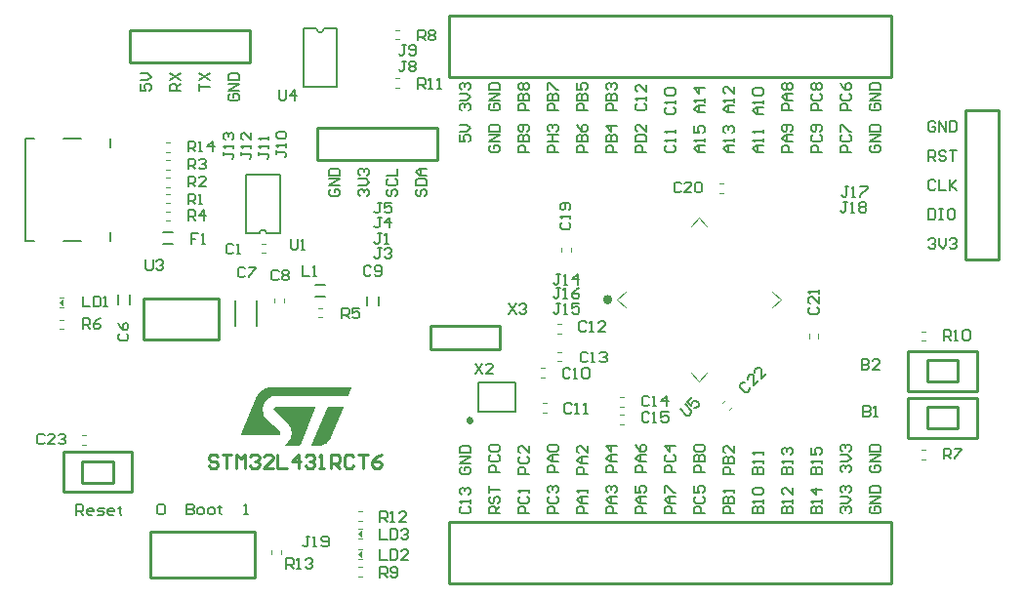
<source format=gto>
G04 Layer_Color=65535*
%FSLAX44Y44*%
%MOMM*%
G71*
G01*
G75*
%ADD28C,0.2540*%
%ADD29C,0.2000*%
%ADD32C,0.4000*%
%ADD51C,0.1000*%
%ADD52C,0.1500*%
%ADD53C,0.2200*%
G36*
X278403Y173561D02*
X278544Y173419D01*
X278685Y172996D01*
Y172855D01*
Y172714D01*
X276286Y167070D01*
X276145Y166929D01*
X276004Y166647D01*
X275722Y166506D01*
X211946D01*
X211382Y166365D01*
X209830Y166082D01*
X208277Y165518D01*
X208136D01*
X207995Y165377D01*
X207149Y164813D01*
X206020Y163966D01*
X204891Y162837D01*
X204609Y162555D01*
X204044Y161850D01*
X203339Y160580D01*
X202634Y159169D01*
Y159028D01*
X202493Y158745D01*
X202351Y158322D01*
X202210Y157899D01*
X201928Y156488D01*
X201787Y154795D01*
Y154654D01*
Y154513D01*
Y154089D01*
X201928Y153525D01*
X202069Y152255D01*
X202351Y150703D01*
Y150562D01*
X202493Y150421D01*
X202775Y149433D01*
X203480Y148304D01*
X204468Y147176D01*
X216602Y135747D01*
X216743Y135605D01*
X217026Y135323D01*
X217167Y134759D01*
X217308Y134194D01*
Y134053D01*
X217167Y133630D01*
X217026Y133066D01*
X216602Y132642D01*
X216461Y132501D01*
X216179Y132360D01*
X215756Y132219D01*
X215050Y132078D01*
X183303D01*
X183021Y132360D01*
Y132501D01*
X182880Y132925D01*
Y133066D01*
X196566Y166365D01*
Y166506D01*
X196707Y166647D01*
X197131Y167352D01*
X197695Y168199D01*
X198401Y169187D01*
X198683Y169469D01*
X199247Y170033D01*
X200094Y170739D01*
X201223Y171585D01*
X201364D01*
X201505Y171726D01*
X202210Y172291D01*
X203198Y172714D01*
X204468Y173278D01*
X204609D01*
X204750Y173419D01*
X205597Y173561D01*
X206725Y173702D01*
X207995Y173843D01*
X278120D01*
X278403Y173561D01*
D02*
G37*
G36*
X271489Y156629D02*
X271630Y156488D01*
Y156206D01*
Y156065D01*
Y155924D01*
X261189Y130808D01*
Y130667D01*
X260907Y130244D01*
X260483Y129538D01*
X260060Y128833D01*
X259355Y127845D01*
X258508Y126858D01*
X257520Y125870D01*
X256392Y125023D01*
X256250Y124882D01*
X255827Y124741D01*
X255122Y124318D01*
X254275Y123895D01*
X253146Y123471D01*
X252017Y123189D01*
X250607Y122907D01*
X249196Y122766D01*
X244681D01*
X244539Y122907D01*
X244257Y123048D01*
X244116Y123471D01*
Y123612D01*
Y123753D01*
X257379Y155641D01*
Y155782D01*
X257520Y155924D01*
X257944Y156488D01*
X258085Y156629D01*
X258226Y156770D01*
X258508Y156911D01*
X271207D01*
X271489Y156629D01*
D02*
G37*
G36*
X247502D02*
X247644Y156488D01*
X247785Y156206D01*
X247644Y156065D01*
X234522Y124036D01*
X234380Y123895D01*
X234098Y123471D01*
X233534Y122907D01*
X232687Y122766D01*
X219706D01*
X219565Y122907D01*
X219706Y123048D01*
X219847Y123189D01*
X220271Y123330D01*
X220835Y123753D01*
X221541Y124177D01*
X222246Y124882D01*
X223234Y125729D01*
X223939Y126575D01*
X224786Y127704D01*
X224927Y127845D01*
X225068Y128268D01*
X225350Y128833D01*
X225774Y129679D01*
X226197Y130667D01*
X226479Y131796D01*
X226620Y133066D01*
X226761Y134336D01*
Y134477D01*
Y134759D01*
Y135182D01*
X226620Y135747D01*
X226479Y137016D01*
X225915Y138710D01*
Y138851D01*
X225774Y139133D01*
X225632Y139556D01*
X225350Y139979D01*
X224504Y141249D01*
X223375Y142519D01*
X211805Y153243D01*
X211664Y153384D01*
X211523Y153666D01*
X211382Y154089D01*
X211241Y154795D01*
Y154936D01*
X211382Y155218D01*
X211523Y155641D01*
X211805Y156206D01*
X211946Y156347D01*
X212228Y156629D01*
X212652Y156770D01*
X213216Y156911D01*
X247220D01*
X247502Y156629D01*
D02*
G37*
G36*
X27686Y245110D02*
X25146Y247650D01*
X27686Y250190D01*
Y245110D01*
D02*
G37*
G36*
X286766Y44450D02*
X284226Y46990D01*
X286766Y49530D01*
Y44450D01*
D02*
G37*
G36*
Y26670D02*
X284226Y29210D01*
X286766Y31750D01*
Y26670D01*
D02*
G37*
D28*
X383254Y145034D02*
G03*
X383254Y145034I-2000J0D01*
G01*
X97810Y214960D02*
X163810D01*
X97810D02*
Y251028D01*
X163810D01*
Y214960D02*
Y251028D01*
X363190Y57180D02*
X747190D01*
X363190Y29180D02*
Y57180D01*
Y3780D02*
X747014D01*
X363190D02*
Y31780D01*
X747190Y29180D02*
Y56974D01*
Y3780D02*
Y31780D01*
X347190Y207170D02*
Y227170D01*
Y207170D02*
X407190D01*
Y227170D01*
X347190D02*
X407190D01*
X104564Y48768D02*
X194564D01*
X104564Y8768D02*
Y48768D01*
Y8768D02*
X194564D01*
Y48768D01*
X28420Y117830D02*
X88138D01*
X28420Y82830D02*
X88420D01*
Y117830D01*
X28420Y82830D02*
Y117830D01*
X45212Y91186D02*
Y109728D01*
X71882D01*
Y90930D02*
Y109728D01*
X45212Y90930D02*
X71882D01*
X811500Y284450D02*
Y414450D01*
X839500D01*
Y284450D02*
Y414450D01*
X811500Y284450D02*
X839500D01*
X363190Y496600D02*
X747190D01*
X363190Y468600D02*
Y496600D01*
Y443200D02*
X747014D01*
X363190D02*
Y471200D01*
X747190Y468600D02*
Y496394D01*
Y443200D02*
Y471200D01*
X86330Y483900D02*
X190530D01*
Y455900D02*
Y483900D01*
X86330Y455900D02*
X190530D01*
X86330D02*
Y483900D01*
X761210Y205460D02*
X820928D01*
X761210Y170460D02*
X821210D01*
Y205460D01*
X761210Y170460D02*
Y205460D01*
X778002Y178816D02*
Y197358D01*
X804672D01*
Y178560D02*
Y197358D01*
X778002Y178560D02*
X804672D01*
X761210Y164820D02*
X820928D01*
X761210Y129820D02*
X821210D01*
Y164820D01*
X761210Y129820D02*
Y164820D01*
X778002Y138176D02*
Y156718D01*
X804672D01*
Y137920D02*
Y156718D01*
X778002Y137920D02*
X804672D01*
X248890Y398810D02*
X353090D01*
Y370810D02*
Y398810D01*
X248890Y370810D02*
X353090D01*
X248890D02*
Y398810D01*
D29*
X248285Y485140D02*
G03*
X254635Y485140I3175J0D01*
G01*
X205105Y307340D02*
G03*
X198755Y307340I-3175J0D01*
G01*
X388620Y177800D02*
X420620D01*
X388620Y152800D02*
Y177800D01*
Y152800D02*
X420620D01*
Y177800D01*
X236728Y485140D02*
X248285D01*
X254635D02*
X266192D01*
Y434340D02*
Y485140D01*
X236728Y434340D02*
X266192D01*
X236728D02*
Y485140D01*
X205105Y307340D02*
X216662D01*
X187198D02*
X198755D01*
X187198D02*
Y358140D01*
X216662D01*
Y307340D02*
Y358140D01*
X28942Y300776D02*
X43942D01*
X28942Y390144D02*
X43942D01*
X69420Y300760D02*
Y308760D01*
Y381760D02*
Y389761D01*
X-4080Y300760D02*
Y390160D01*
Y300760D02*
X3420D01*
X-4080Y390160D02*
X3420D01*
X173382Y428368D02*
X171883Y426869D01*
Y423870D01*
X173382Y422370D01*
X179380D01*
X180880Y423870D01*
Y426869D01*
X179380Y428368D01*
X176381D01*
Y425369D01*
X180880Y431367D02*
X171883D01*
X180880Y437365D01*
X171883D01*
Y440364D02*
X180880D01*
Y444863D01*
X179380Y446362D01*
X173382D01*
X171883Y444863D01*
Y440364D01*
X146483Y431260D02*
Y437258D01*
Y434259D01*
X155480D01*
X146483Y440257D02*
X155480Y446255D01*
X146483D02*
X155480Y440257D01*
X130080Y431260D02*
X121083D01*
Y435759D01*
X122582Y437258D01*
X125582D01*
X127081Y435759D01*
Y431260D01*
Y434259D02*
X130080Y437258D01*
X121083Y440257D02*
X130080Y446255D01*
X121083D02*
X130080Y440257D01*
X95683Y437258D02*
Y431260D01*
X100182D01*
X98682Y434259D01*
Y435759D01*
X100182Y437258D01*
X103181D01*
X104680Y435759D01*
Y432760D01*
X103181Y431260D01*
X95683Y440257D02*
X101681D01*
X104680Y443256D01*
X101681Y446255D01*
X95683D01*
X335942Y345818D02*
X334443Y344319D01*
Y341320D01*
X335942Y339820D01*
X337442D01*
X338941Y341320D01*
Y344319D01*
X340441Y345818D01*
X341940D01*
X343440Y344319D01*
Y341320D01*
X341940Y339820D01*
X334443Y348817D02*
X343440D01*
Y353316D01*
X341940Y354815D01*
X335942D01*
X334443Y353316D01*
Y348817D01*
X343440Y357814D02*
X337442D01*
X334443Y360813D01*
X337442Y363812D01*
X343440D01*
X338941D01*
Y357814D01*
X310542Y345818D02*
X309043Y344319D01*
Y341320D01*
X310542Y339820D01*
X312042D01*
X313542Y341320D01*
Y344319D01*
X315041Y345818D01*
X316541D01*
X318040Y344319D01*
Y341320D01*
X316541Y339820D01*
X310542Y354815D02*
X309043Y353316D01*
Y350317D01*
X310542Y348817D01*
X316541D01*
X318040Y350317D01*
Y353316D01*
X316541Y354815D01*
X309043Y357814D02*
X318040D01*
Y363812D01*
X40100Y62960D02*
Y71957D01*
X44598D01*
X46098Y70458D01*
Y67459D01*
X44598Y65959D01*
X40100D01*
X43099D02*
X46098Y62960D01*
X53596D02*
X50597D01*
X49097Y64460D01*
Y67459D01*
X50597Y68958D01*
X53596D01*
X55095Y67459D01*
Y65959D01*
X49097D01*
X58094Y62960D02*
X62593D01*
X64092Y64460D01*
X62593Y65959D01*
X59594D01*
X58094Y67459D01*
X59594Y68958D01*
X64092D01*
X71590Y62960D02*
X68591D01*
X67091Y64460D01*
Y67459D01*
X68591Y68958D01*
X71590D01*
X73089Y67459D01*
Y65959D01*
X67091D01*
X77588Y70458D02*
Y68958D01*
X76088D01*
X79087D01*
X77588D01*
Y64460D01*
X79087Y62960D01*
X729642Y70228D02*
X728143Y68728D01*
Y65729D01*
X729642Y64230D01*
X735640D01*
X737140Y65729D01*
Y68728D01*
X735640Y70228D01*
X732642D01*
Y67229D01*
X737140Y73227D02*
X728143D01*
X737140Y79225D01*
X728143D01*
Y82224D02*
X737140D01*
Y86723D01*
X735640Y88222D01*
X729642D01*
X728143Y86723D01*
Y82224D01*
X729642Y106216D02*
X728143Y104717D01*
Y101718D01*
X729642Y100218D01*
X735640D01*
X737140Y101718D01*
Y104717D01*
X735640Y106216D01*
X732642D01*
Y103217D01*
X737140Y109215D02*
X728143D01*
X737140Y115213D01*
X728143D01*
Y118212D02*
X737140D01*
Y122711D01*
X735640Y124211D01*
X729642D01*
X728143Y122711D01*
Y118212D01*
X704242Y64230D02*
X702743Y65729D01*
Y68728D01*
X704242Y70228D01*
X705742D01*
X707242Y68728D01*
Y67229D01*
Y68728D01*
X708741Y70228D01*
X710240D01*
X711740Y68728D01*
Y65729D01*
X710240Y64230D01*
X702743Y73227D02*
X708741D01*
X711740Y76226D01*
X708741Y79225D01*
X702743D01*
X704242Y82224D02*
X702743Y83724D01*
Y86723D01*
X704242Y88222D01*
X705742D01*
X707242Y86723D01*
Y85223D01*
Y86723D01*
X708741Y88222D01*
X710240D01*
X711740Y86723D01*
Y83724D01*
X710240Y82224D01*
X704242Y100218D02*
X702743Y101718D01*
Y104717D01*
X704242Y106216D01*
X705742D01*
X707242Y104717D01*
Y103217D01*
Y104717D01*
X708741Y106216D01*
X710240D01*
X711740Y104717D01*
Y101718D01*
X710240Y100218D01*
X702743Y109215D02*
X708741D01*
X711740Y112214D01*
X708741Y115213D01*
X702743D01*
X704242Y118212D02*
X702743Y119712D01*
Y122711D01*
X704242Y124211D01*
X705742D01*
X707242Y122711D01*
Y121212D01*
Y122711D01*
X708741Y124211D01*
X710240D01*
X711740Y122711D01*
Y119712D01*
X710240Y118212D01*
X677343Y64230D02*
X686340D01*
Y68728D01*
X684840Y70228D01*
X683341D01*
X681842Y68728D01*
Y64230D01*
Y68728D01*
X680342Y70228D01*
X678842D01*
X677343Y68728D01*
Y64230D01*
X686340Y73227D02*
Y76226D01*
Y74727D01*
X677343D01*
X678842Y73227D01*
X686340Y85223D02*
X677343D01*
X681842Y80725D01*
Y86723D01*
X677343Y98719D02*
X686340D01*
Y103217D01*
X684840Y104717D01*
X683341D01*
X681842Y103217D01*
Y98719D01*
Y103217D01*
X680342Y104717D01*
X678842D01*
X677343Y103217D01*
Y98719D01*
X686340Y107716D02*
Y110715D01*
Y109215D01*
X677343D01*
X678842Y107716D01*
X677343Y121212D02*
Y115213D01*
X681842D01*
X680342Y118212D01*
Y119712D01*
X681842Y121212D01*
X684840D01*
X686340Y119712D01*
Y116713D01*
X684840Y115213D01*
X651943Y64230D02*
X660940D01*
Y68728D01*
X659441Y70228D01*
X657941D01*
X656441Y68728D01*
Y64230D01*
Y68728D01*
X654942Y70228D01*
X653442D01*
X651943Y68728D01*
Y64230D01*
X660940Y73227D02*
Y76226D01*
Y74727D01*
X651943D01*
X653442Y73227D01*
X660940Y86723D02*
Y80725D01*
X654942Y86723D01*
X653442D01*
X651943Y85223D01*
Y82224D01*
X653442Y80725D01*
X651943Y98719D02*
X660940D01*
Y103217D01*
X659441Y104717D01*
X657941D01*
X656441Y103217D01*
Y98719D01*
Y103217D01*
X654942Y104717D01*
X653442D01*
X651943Y103217D01*
Y98719D01*
X660940Y107716D02*
Y110715D01*
Y109215D01*
X651943D01*
X653442Y107716D01*
Y115213D02*
X651943Y116713D01*
Y119712D01*
X653442Y121212D01*
X654942D01*
X656441Y119712D01*
Y118212D01*
Y119712D01*
X657941Y121212D01*
X659441D01*
X660940Y119712D01*
Y116713D01*
X659441Y115213D01*
X626543Y64230D02*
X635540D01*
Y68728D01*
X634040Y70228D01*
X632541D01*
X631041Y68728D01*
Y64230D01*
Y68728D01*
X629542Y70228D01*
X628042D01*
X626543Y68728D01*
Y64230D01*
X635540Y73227D02*
Y76226D01*
Y74727D01*
X626543D01*
X628042Y73227D01*
Y80725D02*
X626543Y82224D01*
Y85223D01*
X628042Y86723D01*
X634040D01*
X635540Y85223D01*
Y82224D01*
X634040Y80725D01*
X628042D01*
X626543Y98719D02*
X635540D01*
Y103217D01*
X634040Y104717D01*
X632541D01*
X631041Y103217D01*
Y98719D01*
Y103217D01*
X629542Y104717D01*
X628042D01*
X626543Y103217D01*
Y98719D01*
X635540Y107716D02*
Y110715D01*
Y109215D01*
X626543D01*
X628042Y107716D01*
X635540Y115213D02*
Y118212D01*
Y116713D01*
X626543D01*
X628042Y115213D01*
X610140Y64230D02*
X601143D01*
Y68728D01*
X602642Y70228D01*
X605642D01*
X607141Y68728D01*
Y64230D01*
X601143Y73227D02*
X610140D01*
Y77726D01*
X608641Y79225D01*
X607141D01*
X605642Y77726D01*
Y73227D01*
Y77726D01*
X604142Y79225D01*
X602642D01*
X601143Y77726D01*
Y73227D01*
X610140Y82224D02*
Y85223D01*
Y83724D01*
X601143D01*
X602642Y82224D01*
X610140Y98719D02*
X601143D01*
Y103217D01*
X602642Y104717D01*
X605642D01*
X607141Y103217D01*
Y98719D01*
X601143Y107716D02*
X610140D01*
Y112214D01*
X608641Y113714D01*
X607141D01*
X605642Y112214D01*
Y107716D01*
Y112214D01*
X604142Y113714D01*
X602642D01*
X601143Y112214D01*
Y107716D01*
X610140Y122711D02*
Y116713D01*
X604142Y122711D01*
X602642D01*
X601143Y121212D01*
Y118212D01*
X602642Y116713D01*
X584740Y64230D02*
X575743D01*
Y68728D01*
X577242Y70228D01*
X580242D01*
X581741Y68728D01*
Y64230D01*
X577242Y79225D02*
X575743Y77726D01*
Y74727D01*
X577242Y73227D01*
X583241D01*
X584740Y74727D01*
Y77726D01*
X583241Y79225D01*
X575743Y88222D02*
Y82224D01*
X580242D01*
X578742Y85223D01*
Y86723D01*
X580242Y88222D01*
X583241D01*
X584740Y86723D01*
Y83724D01*
X583241Y82224D01*
X584740Y100218D02*
X575743D01*
Y104717D01*
X577242Y106216D01*
X580242D01*
X581741Y104717D01*
Y100218D01*
X575743Y109215D02*
X584740D01*
Y113714D01*
X583241Y115213D01*
X581741D01*
X580242Y113714D01*
Y109215D01*
Y113714D01*
X578742Y115213D01*
X577242D01*
X575743Y113714D01*
Y109215D01*
X577242Y118212D02*
X575743Y119712D01*
Y122711D01*
X577242Y124211D01*
X583241D01*
X584740Y122711D01*
Y119712D01*
X583241Y118212D01*
X577242D01*
X559340Y64230D02*
X550343D01*
Y68728D01*
X551842Y70228D01*
X554841D01*
X556341Y68728D01*
Y64230D01*
X559340Y73227D02*
X553342D01*
X550343Y76226D01*
X553342Y79225D01*
X559340D01*
X554841D01*
Y73227D01*
X550343Y82224D02*
Y88222D01*
X551842D01*
X557840Y82224D01*
X559340D01*
Y100218D02*
X550343D01*
Y104717D01*
X551842Y106216D01*
X554841D01*
X556341Y104717D01*
Y100218D01*
X551842Y115213D02*
X550343Y113714D01*
Y110715D01*
X551842Y109215D01*
X557840D01*
X559340Y110715D01*
Y113714D01*
X557840Y115213D01*
X559340Y122711D02*
X550343D01*
X554841Y118212D01*
Y124211D01*
X533940Y64230D02*
X524943D01*
Y68728D01*
X526442Y70228D01*
X529441D01*
X530941Y68728D01*
Y64230D01*
X533940Y73227D02*
X527942D01*
X524943Y76226D01*
X527942Y79225D01*
X533940D01*
X529441D01*
Y73227D01*
X524943Y88222D02*
Y82224D01*
X529441D01*
X527942Y85223D01*
Y86723D01*
X529441Y88222D01*
X532440D01*
X533940Y86723D01*
Y83724D01*
X532440Y82224D01*
X533940Y100218D02*
X524943D01*
Y104717D01*
X526442Y106216D01*
X529441D01*
X530941Y104717D01*
Y100218D01*
X533940Y109215D02*
X527942D01*
X524943Y112214D01*
X527942Y115213D01*
X533940D01*
X529441D01*
Y109215D01*
X524943Y124211D02*
X526442Y121212D01*
X529441Y118212D01*
X532440D01*
X533940Y119712D01*
Y122711D01*
X532440Y124211D01*
X530941D01*
X529441Y122711D01*
Y118212D01*
X508540Y64230D02*
X499543D01*
Y68728D01*
X501042Y70228D01*
X504041D01*
X505541Y68728D01*
Y64230D01*
X508540Y73227D02*
X502542D01*
X499543Y76226D01*
X502542Y79225D01*
X508540D01*
X504041D01*
Y73227D01*
X501042Y82224D02*
X499543Y83724D01*
Y86723D01*
X501042Y88222D01*
X502542D01*
X504041Y86723D01*
Y85223D01*
Y86723D01*
X505541Y88222D01*
X507040D01*
X508540Y86723D01*
Y83724D01*
X507040Y82224D01*
X508540Y100218D02*
X499543D01*
Y104717D01*
X501042Y106216D01*
X504041D01*
X505541Y104717D01*
Y100218D01*
X508540Y109215D02*
X502542D01*
X499543Y112214D01*
X502542Y115213D01*
X508540D01*
X504041D01*
Y109215D01*
X508540Y122711D02*
X499543D01*
X504041Y118212D01*
Y124211D01*
X483140Y64230D02*
X474143D01*
Y68728D01*
X475642Y70228D01*
X478642D01*
X480141Y68728D01*
Y64230D01*
X483140Y73227D02*
X477142D01*
X474143Y76226D01*
X477142Y79225D01*
X483140D01*
X478642D01*
Y73227D01*
X483140Y82224D02*
Y85223D01*
Y83724D01*
X474143D01*
X475642Y82224D01*
X483140Y98719D02*
X474143D01*
Y103217D01*
X475642Y104717D01*
X478642D01*
X480141Y103217D01*
Y98719D01*
X483140Y107716D02*
X477142D01*
X474143Y110715D01*
X477142Y113714D01*
X483140D01*
X478642D01*
Y107716D01*
X483140Y122711D02*
Y116713D01*
X477142Y122711D01*
X475642D01*
X474143Y121212D01*
Y118212D01*
X475642Y116713D01*
X457740Y64230D02*
X448743D01*
Y68728D01*
X450242Y70228D01*
X453242D01*
X454741Y68728D01*
Y64230D01*
X450242Y79225D02*
X448743Y77726D01*
Y74727D01*
X450242Y73227D01*
X456241D01*
X457740Y74727D01*
Y77726D01*
X456241Y79225D01*
X450242Y82224D02*
X448743Y83724D01*
Y86723D01*
X450242Y88222D01*
X451742D01*
X453242Y86723D01*
Y85223D01*
Y86723D01*
X454741Y88222D01*
X456241D01*
X457740Y86723D01*
Y83724D01*
X456241Y82224D01*
X457740Y100218D02*
X448743D01*
Y104717D01*
X450242Y106216D01*
X453242D01*
X454741Y104717D01*
Y100218D01*
X457740Y109215D02*
X451742D01*
X448743Y112214D01*
X451742Y115213D01*
X457740D01*
X453242D01*
Y109215D01*
X450242Y118212D02*
X448743Y119712D01*
Y122711D01*
X450242Y124211D01*
X456241D01*
X457740Y122711D01*
Y119712D01*
X456241Y118212D01*
X450242D01*
X432340Y64230D02*
X423343D01*
Y68728D01*
X424842Y70228D01*
X427841D01*
X429341Y68728D01*
Y64230D01*
X424842Y79225D02*
X423343Y77726D01*
Y74727D01*
X424842Y73227D01*
X430840D01*
X432340Y74727D01*
Y77726D01*
X430840Y79225D01*
X432340Y82224D02*
Y85223D01*
Y83724D01*
X423343D01*
X424842Y82224D01*
X432340Y98719D02*
X423343D01*
Y103217D01*
X424842Y104717D01*
X427841D01*
X429341Y103217D01*
Y98719D01*
X424842Y113714D02*
X423343Y112214D01*
Y109215D01*
X424842Y107716D01*
X430840D01*
X432340Y109215D01*
Y112214D01*
X430840Y113714D01*
X432340Y122711D02*
Y116713D01*
X426342Y122711D01*
X424842D01*
X423343Y121212D01*
Y118212D01*
X424842Y116713D01*
X406940Y64230D02*
X397943D01*
Y68728D01*
X399442Y70228D01*
X402441D01*
X403941Y68728D01*
Y64230D01*
Y67229D02*
X406940Y70228D01*
X399442Y79225D02*
X397943Y77726D01*
Y74727D01*
X399442Y73227D01*
X400942D01*
X402441Y74727D01*
Y77726D01*
X403941Y79225D01*
X405440D01*
X406940Y77726D01*
Y74727D01*
X405440Y73227D01*
X397943Y82224D02*
Y88222D01*
Y85223D01*
X406940D01*
Y100218D02*
X397943D01*
Y104717D01*
X399442Y106216D01*
X402441D01*
X403941Y104717D01*
Y100218D01*
X399442Y115213D02*
X397943Y113714D01*
Y110715D01*
X399442Y109215D01*
X405440D01*
X406940Y110715D01*
Y113714D01*
X405440Y115213D01*
X399442Y118212D02*
X397943Y119712D01*
Y122711D01*
X399442Y124211D01*
X405440D01*
X406940Y122711D01*
Y119712D01*
X405440Y118212D01*
X399442D01*
X374042Y70228D02*
X372543Y68728D01*
Y65729D01*
X374042Y64230D01*
X380041D01*
X381540Y65729D01*
Y68728D01*
X380041Y70228D01*
X381540Y73227D02*
Y76226D01*
Y74727D01*
X372543D01*
X374042Y73227D01*
Y80725D02*
X372543Y82224D01*
Y85223D01*
X374042Y86723D01*
X375542D01*
X377042Y85223D01*
Y83724D01*
Y85223D01*
X378541Y86723D01*
X380041D01*
X381540Y85223D01*
Y82224D01*
X380041Y80725D01*
X374042Y104717D02*
X372543Y103217D01*
Y100218D01*
X374042Y98719D01*
X380041D01*
X381540Y100218D01*
Y103217D01*
X380041Y104717D01*
X377042D01*
Y101718D01*
X381540Y107716D02*
X372543D01*
X381540Y113714D01*
X372543D01*
Y116713D02*
X381540D01*
Y121212D01*
X380041Y122711D01*
X374042D01*
X372543Y121212D01*
Y116713D01*
X779240Y301598D02*
X780740Y303097D01*
X783738D01*
X785238Y301598D01*
Y300098D01*
X783738Y298598D01*
X782239D01*
X783738D01*
X785238Y297099D01*
Y295599D01*
X783738Y294100D01*
X780740D01*
X779240Y295599D01*
X788237Y303097D02*
Y297099D01*
X791236Y294100D01*
X794235Y297099D01*
Y303097D01*
X797234Y301598D02*
X798734Y303097D01*
X801733D01*
X803232Y301598D01*
Y300098D01*
X801733Y298598D01*
X800233D01*
X801733D01*
X803232Y297099D01*
Y295599D01*
X801733Y294100D01*
X798734D01*
X797234Y295599D01*
X779240Y328497D02*
Y319500D01*
X783738D01*
X785238Y320999D01*
Y326998D01*
X783738Y328497D01*
X779240D01*
X788237D02*
X791236D01*
X789737D01*
Y319500D01*
X788237D01*
X791236D01*
X800233Y328497D02*
X797234D01*
X795735Y326998D01*
Y320999D01*
X797234Y319500D01*
X800233D01*
X801733Y320999D01*
Y326998D01*
X800233Y328497D01*
X785238Y352398D02*
X783738Y353897D01*
X780740D01*
X779240Y352398D01*
Y346399D01*
X780740Y344900D01*
X783738D01*
X785238Y346399D01*
X788237Y353897D02*
Y344900D01*
X794235D01*
X797234Y353897D02*
Y344900D01*
Y347899D01*
X803232Y353897D01*
X798734Y349398D01*
X803232Y344900D01*
X779240Y370300D02*
Y379297D01*
X783738D01*
X785238Y377798D01*
Y374799D01*
X783738Y373299D01*
X779240D01*
X782239D02*
X785238Y370300D01*
X794235Y377798D02*
X792736Y379297D01*
X789737D01*
X788237Y377798D01*
Y376298D01*
X789737Y374799D01*
X792736D01*
X794235Y373299D01*
Y371800D01*
X792736Y370300D01*
X789737D01*
X788237Y371800D01*
X797234Y379297D02*
X803232D01*
X800233D01*
Y370300D01*
X785238Y403198D02*
X783738Y404697D01*
X780740D01*
X779240Y403198D01*
Y397200D01*
X780740Y395700D01*
X783738D01*
X785238Y397200D01*
Y400199D01*
X782239D01*
X788237Y395700D02*
Y404697D01*
X794235Y395700D01*
Y404697D01*
X797234D02*
Y395700D01*
X801733D01*
X803232Y397200D01*
Y403198D01*
X801733Y404697D01*
X797234D01*
X729642Y383918D02*
X728143Y382419D01*
Y379420D01*
X729642Y377920D01*
X735640D01*
X737140Y379420D01*
Y382419D01*
X735640Y383918D01*
X732642D01*
Y380919D01*
X737140Y386917D02*
X728143D01*
X737140Y392915D01*
X728143D01*
Y395914D02*
X737140D01*
Y400413D01*
X735640Y401912D01*
X729642D01*
X728143Y400413D01*
Y395914D01*
X729642Y419906D02*
X728143Y418407D01*
Y415408D01*
X729642Y413908D01*
X735640D01*
X737140Y415408D01*
Y418407D01*
X735640Y419906D01*
X732642D01*
Y416907D01*
X737140Y422905D02*
X728143D01*
X737140Y428904D01*
X728143D01*
Y431903D02*
X737140D01*
Y436401D01*
X735640Y437901D01*
X729642D01*
X728143Y436401D01*
Y431903D01*
X711740Y377920D02*
X702743D01*
Y382419D01*
X704242Y383918D01*
X707242D01*
X708741Y382419D01*
Y377920D01*
X704242Y392915D02*
X702743Y391416D01*
Y388417D01*
X704242Y386917D01*
X710240D01*
X711740Y388417D01*
Y391416D01*
X710240Y392915D01*
X702743Y395914D02*
Y401912D01*
X704242D01*
X710240Y395914D01*
X711740D01*
Y413908D02*
X702743D01*
Y418407D01*
X704242Y419906D01*
X707242D01*
X708741Y418407D01*
Y413908D01*
X704242Y428904D02*
X702743Y427404D01*
Y424405D01*
X704242Y422905D01*
X710240D01*
X711740Y424405D01*
Y427404D01*
X710240Y428904D01*
X702743Y437901D02*
X704242Y434902D01*
X707242Y431903D01*
X710240D01*
X711740Y433402D01*
Y436401D01*
X710240Y437901D01*
X708741D01*
X707242Y436401D01*
Y431903D01*
X686340Y377920D02*
X677343D01*
Y382419D01*
X678842Y383918D01*
X681842D01*
X683341Y382419D01*
Y377920D01*
X678842Y392915D02*
X677343Y391416D01*
Y388417D01*
X678842Y386917D01*
X684840D01*
X686340Y388417D01*
Y391416D01*
X684840Y392915D01*
Y395914D02*
X686340Y397414D01*
Y400413D01*
X684840Y401912D01*
X678842D01*
X677343Y400413D01*
Y397414D01*
X678842Y395914D01*
X680342D01*
X681842Y397414D01*
Y401912D01*
X686340Y413908D02*
X677343D01*
Y418407D01*
X678842Y419906D01*
X681842D01*
X683341Y418407D01*
Y413908D01*
X678842Y428904D02*
X677343Y427404D01*
Y424405D01*
X678842Y422905D01*
X684840D01*
X686340Y424405D01*
Y427404D01*
X684840Y428904D01*
X678842Y431903D02*
X677343Y433402D01*
Y436401D01*
X678842Y437901D01*
X680342D01*
X681842Y436401D01*
X683341Y437901D01*
X684840D01*
X686340Y436401D01*
Y433402D01*
X684840Y431903D01*
X683341D01*
X681842Y433402D01*
X680342Y431903D01*
X678842D01*
X681842Y433402D02*
Y436401D01*
X660940Y377920D02*
X651943D01*
Y382419D01*
X653442Y383918D01*
X656441D01*
X657941Y382419D01*
Y377920D01*
X660940Y386917D02*
X654942D01*
X651943Y389916D01*
X654942Y392915D01*
X660940D01*
X656441D01*
Y386917D01*
X659441Y395914D02*
X660940Y397414D01*
Y400413D01*
X659441Y401912D01*
X653442D01*
X651943Y400413D01*
Y397414D01*
X653442Y395914D01*
X654942D01*
X656441Y397414D01*
Y401912D01*
X660940Y413908D02*
X651943D01*
Y418407D01*
X653442Y419906D01*
X656441D01*
X657941Y418407D01*
Y413908D01*
X660940Y422905D02*
X654942D01*
X651943Y425905D01*
X654942Y428904D01*
X660940D01*
X656441D01*
Y422905D01*
X653442Y431903D02*
X651943Y433402D01*
Y436401D01*
X653442Y437901D01*
X654942D01*
X656441Y436401D01*
X657941Y437901D01*
X659441D01*
X660940Y436401D01*
Y433402D01*
X659441Y431903D01*
X657941D01*
X656441Y433402D01*
X654942Y431903D01*
X653442D01*
X656441Y433402D02*
Y436401D01*
X635540Y377920D02*
X629542D01*
X626543Y380919D01*
X629542Y383918D01*
X635540D01*
X631041D01*
Y377920D01*
X635540Y386917D02*
Y389916D01*
Y388417D01*
X626543D01*
X628042Y386917D01*
X635540Y394415D02*
Y397414D01*
Y395914D01*
X626543D01*
X628042Y394415D01*
X635540Y410909D02*
X629542D01*
X626543Y413908D01*
X629542Y416907D01*
X635540D01*
X631041D01*
Y410909D01*
X635540Y419906D02*
Y422905D01*
Y421406D01*
X626543D01*
X628042Y419906D01*
Y427404D02*
X626543Y428904D01*
Y431903D01*
X628042Y433402D01*
X634040D01*
X635540Y431903D01*
Y428904D01*
X634040Y427404D01*
X628042D01*
X610140Y377920D02*
X604142D01*
X601143Y380919D01*
X604142Y383918D01*
X610140D01*
X605642D01*
Y377920D01*
X610140Y386917D02*
Y389916D01*
Y388417D01*
X601143D01*
X602642Y386917D01*
Y394415D02*
X601143Y395914D01*
Y398913D01*
X602642Y400413D01*
X604142D01*
X605642Y398913D01*
Y397414D01*
Y398913D01*
X607141Y400413D01*
X608641D01*
X610140Y398913D01*
Y395914D01*
X608641Y394415D01*
X610140Y412409D02*
X604142D01*
X601143Y415408D01*
X604142Y418407D01*
X610140D01*
X605642D01*
Y412409D01*
X610140Y421406D02*
Y424405D01*
Y422905D01*
X601143D01*
X602642Y421406D01*
X610140Y434902D02*
Y428904D01*
X604142Y434902D01*
X602642D01*
X601143Y433402D01*
Y430403D01*
X602642Y428904D01*
X584740Y377920D02*
X578742D01*
X575743Y380919D01*
X578742Y383918D01*
X584740D01*
X580242D01*
Y377920D01*
X584740Y386917D02*
Y389916D01*
Y388417D01*
X575743D01*
X577242Y386917D01*
X575743Y400413D02*
Y394415D01*
X580242D01*
X578742Y397414D01*
Y398913D01*
X580242Y400413D01*
X583241D01*
X584740Y398913D01*
Y395914D01*
X583241Y394415D01*
X584740Y412409D02*
X578742D01*
X575743Y415408D01*
X578742Y418407D01*
X584740D01*
X580242D01*
Y412409D01*
X584740Y421406D02*
Y424405D01*
Y422905D01*
X575743D01*
X577242Y421406D01*
X584740Y433402D02*
X575743D01*
X580242Y428904D01*
Y434902D01*
X551842Y383918D02*
X550343Y382419D01*
Y379420D01*
X551842Y377920D01*
X557840D01*
X559340Y379420D01*
Y382419D01*
X557840Y383918D01*
X559340Y386917D02*
Y389916D01*
Y388417D01*
X550343D01*
X551842Y386917D01*
X559340Y394415D02*
Y397414D01*
Y395914D01*
X550343D01*
X551842Y394415D01*
Y416907D02*
X550343Y415408D01*
Y412409D01*
X551842Y410909D01*
X557840D01*
X559340Y412409D01*
Y415408D01*
X557840Y416907D01*
X559340Y419906D02*
Y422905D01*
Y421406D01*
X550343D01*
X551842Y419906D01*
Y427404D02*
X550343Y428904D01*
Y431903D01*
X551842Y433402D01*
X557840D01*
X559340Y431903D01*
Y428904D01*
X557840Y427404D01*
X551842D01*
X533940Y377920D02*
X524943D01*
Y382419D01*
X526442Y383918D01*
X529441D01*
X530941Y382419D01*
Y377920D01*
X524943Y386917D02*
X533940D01*
Y391416D01*
X532440Y392915D01*
X526442D01*
X524943Y391416D01*
Y386917D01*
X533940Y401912D02*
Y395914D01*
X527942Y401912D01*
X526442D01*
X524943Y400413D01*
Y397414D01*
X526442Y395914D01*
Y419906D02*
X524943Y418407D01*
Y415408D01*
X526442Y413908D01*
X532440D01*
X533940Y415408D01*
Y418407D01*
X532440Y419906D01*
X533940Y422905D02*
Y425905D01*
Y424405D01*
X524943D01*
X526442Y422905D01*
X533940Y436401D02*
Y430403D01*
X527942Y436401D01*
X526442D01*
X524943Y434902D01*
Y431903D01*
X526442Y430403D01*
X508540Y377920D02*
X499543D01*
Y382419D01*
X501042Y383918D01*
X504041D01*
X505541Y382419D01*
Y377920D01*
X499543Y386917D02*
X508540D01*
Y391416D01*
X507040Y392915D01*
X505541D01*
X504041Y391416D01*
Y386917D01*
Y391416D01*
X502542Y392915D01*
X501042D01*
X499543Y391416D01*
Y386917D01*
X508540Y400413D02*
X499543D01*
X504041Y395914D01*
Y401912D01*
X508540Y413908D02*
X499543D01*
Y418407D01*
X501042Y419906D01*
X504041D01*
X505541Y418407D01*
Y413908D01*
X499543Y422905D02*
X508540D01*
Y427404D01*
X507040Y428904D01*
X505541D01*
X504041Y427404D01*
Y422905D01*
Y427404D01*
X502542Y428904D01*
X501042D01*
X499543Y427404D01*
Y422905D01*
X501042Y431903D02*
X499543Y433402D01*
Y436401D01*
X501042Y437901D01*
X502542D01*
X504041Y436401D01*
Y434902D01*
Y436401D01*
X505541Y437901D01*
X507040D01*
X508540Y436401D01*
Y433402D01*
X507040Y431903D01*
X483140Y377920D02*
X474143D01*
Y382419D01*
X475642Y383918D01*
X478642D01*
X480141Y382419D01*
Y377920D01*
X474143Y386917D02*
X483140D01*
Y391416D01*
X481641Y392915D01*
X480141D01*
X478642Y391416D01*
Y386917D01*
Y391416D01*
X477142Y392915D01*
X475642D01*
X474143Y391416D01*
Y386917D01*
Y401912D02*
X475642Y398913D01*
X478642Y395914D01*
X481641D01*
X483140Y397414D01*
Y400413D01*
X481641Y401912D01*
X480141D01*
X478642Y400413D01*
Y395914D01*
X483140Y413908D02*
X474143D01*
Y418407D01*
X475642Y419906D01*
X478642D01*
X480141Y418407D01*
Y413908D01*
X474143Y422905D02*
X483140D01*
Y427404D01*
X481641Y428904D01*
X480141D01*
X478642Y427404D01*
Y422905D01*
Y427404D01*
X477142Y428904D01*
X475642D01*
X474143Y427404D01*
Y422905D01*
Y437901D02*
Y431903D01*
X478642D01*
X477142Y434902D01*
Y436401D01*
X478642Y437901D01*
X481641D01*
X483140Y436401D01*
Y433402D01*
X481641Y431903D01*
X457740Y377920D02*
X448743D01*
Y382419D01*
X450242Y383918D01*
X453242D01*
X454741Y382419D01*
Y377920D01*
X448743Y386917D02*
X457740D01*
X453242D01*
Y392915D01*
X448743D01*
X457740D01*
X450242Y395914D02*
X448743Y397414D01*
Y400413D01*
X450242Y401912D01*
X451742D01*
X453242Y400413D01*
Y398913D01*
Y400413D01*
X454741Y401912D01*
X456241D01*
X457740Y400413D01*
Y397414D01*
X456241Y395914D01*
X457740Y413908D02*
X448743D01*
Y418407D01*
X450242Y419906D01*
X453242D01*
X454741Y418407D01*
Y413908D01*
X448743Y422905D02*
X457740D01*
Y427404D01*
X456241Y428904D01*
X454741D01*
X453242Y427404D01*
Y422905D01*
Y427404D01*
X451742Y428904D01*
X450242D01*
X448743Y427404D01*
Y422905D01*
Y431903D02*
Y437901D01*
X450242D01*
X456241Y431903D01*
X457740D01*
X432340Y377920D02*
X423343D01*
Y382419D01*
X424842Y383918D01*
X427841D01*
X429341Y382419D01*
Y377920D01*
X423343Y386917D02*
X432340D01*
Y391416D01*
X430840Y392915D01*
X429341D01*
X427841Y391416D01*
Y386917D01*
Y391416D01*
X426342Y392915D01*
X424842D01*
X423343Y391416D01*
Y386917D01*
X430840Y395914D02*
X432340Y397414D01*
Y400413D01*
X430840Y401912D01*
X424842D01*
X423343Y400413D01*
Y397414D01*
X424842Y395914D01*
X426342D01*
X427841Y397414D01*
Y401912D01*
X432340Y413908D02*
X423343D01*
Y418407D01*
X424842Y419906D01*
X427841D01*
X429341Y418407D01*
Y413908D01*
X423343Y422905D02*
X432340D01*
Y427404D01*
X430840Y428904D01*
X429341D01*
X427841Y427404D01*
Y422905D01*
Y427404D01*
X426342Y428904D01*
X424842D01*
X423343Y427404D01*
Y422905D01*
X424842Y431903D02*
X423343Y433402D01*
Y436401D01*
X424842Y437901D01*
X426342D01*
X427841Y436401D01*
X429341Y437901D01*
X430840D01*
X432340Y436401D01*
Y433402D01*
X430840Y431903D01*
X429341D01*
X427841Y433402D01*
X426342Y431903D01*
X424842D01*
X427841Y433402D02*
Y436401D01*
X399442Y383918D02*
X397943Y382419D01*
Y379420D01*
X399442Y377920D01*
X405440D01*
X406940Y379420D01*
Y382419D01*
X405440Y383918D01*
X402441D01*
Y380919D01*
X406940Y386917D02*
X397943D01*
X406940Y392915D01*
X397943D01*
Y395914D02*
X406940D01*
Y400413D01*
X405440Y401912D01*
X399442D01*
X397943Y400413D01*
Y395914D01*
X399442Y419906D02*
X397943Y418407D01*
Y415408D01*
X399442Y413908D01*
X405440D01*
X406940Y415408D01*
Y418407D01*
X405440Y419906D01*
X402441D01*
Y416907D01*
X406940Y422905D02*
X397943D01*
X406940Y428904D01*
X397943D01*
Y431903D02*
X406940D01*
Y436401D01*
X405440Y437901D01*
X399442D01*
X397943Y436401D01*
Y431903D01*
X372543Y392915D02*
Y386917D01*
X377042D01*
X375542Y389916D01*
Y391416D01*
X377042Y392915D01*
X380041D01*
X381540Y391416D01*
Y388417D01*
X380041Y386917D01*
X372543Y395914D02*
X378541D01*
X381540Y398913D01*
X378541Y401912D01*
X372543D01*
X374042Y413908D02*
X372543Y415408D01*
Y418407D01*
X374042Y419906D01*
X375542D01*
X377042Y418407D01*
Y416907D01*
Y418407D01*
X378541Y419906D01*
X380041D01*
X381540Y418407D01*
Y415408D01*
X380041Y413908D01*
X372543Y422905D02*
X378541D01*
X381540Y425905D01*
X378541Y428904D01*
X372543D01*
X374042Y431903D02*
X372543Y433402D01*
Y436401D01*
X374042Y437901D01*
X375542D01*
X377042Y436401D01*
Y434902D01*
Y436401D01*
X378541Y437901D01*
X380041D01*
X381540Y436401D01*
Y433402D01*
X380041Y431903D01*
X286412Y339820D02*
X284913Y341320D01*
Y344319D01*
X286412Y345818D01*
X287912D01*
X289412Y344319D01*
Y342819D01*
Y344319D01*
X290911Y345818D01*
X292411D01*
X293910Y344319D01*
Y341320D01*
X292411Y339820D01*
X284913Y348817D02*
X290911D01*
X293910Y351816D01*
X290911Y354815D01*
X284913D01*
X286412Y357814D02*
X284913Y359314D01*
Y362313D01*
X286412Y363812D01*
X287912D01*
X289412Y362313D01*
Y360813D01*
Y362313D01*
X290911Y363812D01*
X292411D01*
X293910Y362313D01*
Y359314D01*
X292411Y357814D01*
X261012Y345818D02*
X259513Y344319D01*
Y341320D01*
X261012Y339820D01*
X267010D01*
X268510Y341320D01*
Y344319D01*
X267010Y345818D01*
X264011D01*
Y342819D01*
X268510Y348817D02*
X259513D01*
X268510Y354815D01*
X259513D01*
Y357814D02*
X268510D01*
Y362313D01*
X267010Y363812D01*
X261012D01*
X259513Y362313D01*
Y357814D01*
X137160Y378460D02*
Y387457D01*
X141658D01*
X143158Y385958D01*
Y382958D01*
X141658Y381459D01*
X137160D01*
X140159D02*
X143158Y378460D01*
X146157D02*
X149156D01*
X147657D01*
Y387457D01*
X146157Y385958D01*
X158153Y378460D02*
Y387457D01*
X153655Y382958D01*
X159653D01*
X415290Y246487D02*
X421288Y237490D01*
Y246487D02*
X415290Y237490D01*
X424287Y244988D02*
X425787Y246487D01*
X428786D01*
X430285Y244988D01*
Y243488D01*
X428786Y241989D01*
X427286D01*
X428786D01*
X430285Y240489D01*
Y238990D01*
X428786Y237490D01*
X425787D01*
X424287Y238990D01*
X386080Y194417D02*
X392078Y185420D01*
Y194417D02*
X386080Y185420D01*
X401075D02*
X395077D01*
X401075Y191418D01*
Y192918D01*
X399576Y194417D01*
X396577D01*
X395077Y192918D01*
X563868Y154952D02*
X569170Y149650D01*
X571290D01*
X573411Y151771D01*
Y153892D01*
X568109Y159193D01*
X574471Y165555D02*
X570230Y161314D01*
X573411Y158133D01*
X574471Y161314D01*
X575532Y162374D01*
X577652D01*
X579773Y160254D01*
Y158133D01*
X577652Y156012D01*
X575532D01*
X215900Y431907D02*
Y424409D01*
X217400Y422910D01*
X220399D01*
X221898Y424409D01*
Y431907D01*
X229396Y422910D02*
Y431907D01*
X224897Y427408D01*
X230895D01*
X100330Y284587D02*
Y277090D01*
X101830Y275590D01*
X104829D01*
X106328Y277090D01*
Y284587D01*
X109327Y283088D02*
X110827Y284587D01*
X113826D01*
X115325Y283088D01*
Y281588D01*
X113826Y280089D01*
X112326D01*
X113826D01*
X115325Y278589D01*
Y277090D01*
X113826Y275590D01*
X110827D01*
X109327Y277090D01*
X226060Y302367D02*
Y294869D01*
X227560Y293370D01*
X230558D01*
X232058Y294869D01*
Y302367D01*
X235057Y293370D02*
X238056D01*
X236557D01*
Y302367D01*
X235057Y300868D01*
X222250Y16510D02*
Y25507D01*
X226749D01*
X228248Y24008D01*
Y21009D01*
X226749Y19509D01*
X222250D01*
X225249D02*
X228248Y16510D01*
X231247D02*
X234246D01*
X232747D01*
Y25507D01*
X231247Y24008D01*
X238745D02*
X240244Y25507D01*
X243243D01*
X244743Y24008D01*
Y22508D01*
X243243Y21009D01*
X241744D01*
X243243D01*
X244743Y19509D01*
Y18010D01*
X243243Y16510D01*
X240244D01*
X238745Y18010D01*
X792480Y214630D02*
Y223627D01*
X796979D01*
X798478Y222128D01*
Y219128D01*
X796979Y217629D01*
X792480D01*
X795479D02*
X798478Y214630D01*
X801477D02*
X804476D01*
X802977D01*
Y223627D01*
X801477Y222128D01*
X808975D02*
X810474Y223627D01*
X813473D01*
X814973Y222128D01*
Y216129D01*
X813473Y214630D01*
X810474D01*
X808975Y216129D01*
Y222128D01*
X792480Y111760D02*
Y120757D01*
X796979D01*
X798478Y119258D01*
Y116258D01*
X796979Y114759D01*
X792480D01*
X795479D02*
X798478Y111760D01*
X801477Y120757D02*
X807475D01*
Y119258D01*
X801477Y113259D01*
Y111760D01*
X303530Y57150D02*
Y66147D01*
X308029D01*
X309528Y64648D01*
Y61649D01*
X308029Y60149D01*
X303530D01*
X306529D02*
X309528Y57150D01*
X312527D02*
X315526D01*
X314027D01*
Y66147D01*
X312527Y64648D01*
X326023Y57150D02*
X320025D01*
X326023Y63148D01*
Y64648D01*
X324523Y66147D01*
X321524D01*
X320025Y64648D01*
X336550Y433070D02*
Y442067D01*
X341049D01*
X342548Y440568D01*
Y437569D01*
X341049Y436069D01*
X336550D01*
X339549D02*
X342548Y433070D01*
X345547D02*
X348546D01*
X347047D01*
Y442067D01*
X345547Y440568D01*
X353045Y433070D02*
X356044D01*
X354544D01*
Y442067D01*
X353045Y440568D01*
X336550Y474980D02*
Y483977D01*
X341049D01*
X342548Y482478D01*
Y479478D01*
X341049Y477979D01*
X336550D01*
X339549D02*
X342548Y474980D01*
X345547Y482478D02*
X347047Y483977D01*
X350046D01*
X351545Y482478D01*
Y480978D01*
X350046Y479478D01*
X351545Y477979D01*
Y476479D01*
X350046Y474980D01*
X347047D01*
X345547Y476479D01*
Y477979D01*
X347047Y479478D01*
X345547Y480978D01*
Y482478D01*
X347047Y479478D02*
X350046D01*
X303530Y8890D02*
Y17887D01*
X308029D01*
X309528Y16388D01*
Y13389D01*
X308029Y11889D01*
X303530D01*
X306529D02*
X309528Y8890D01*
X312527Y10389D02*
X314027Y8890D01*
X317026D01*
X318525Y10389D01*
Y16388D01*
X317026Y17887D01*
X314027D01*
X312527Y16388D01*
Y14888D01*
X314027Y13389D01*
X318525D01*
X45720Y224790D02*
Y233787D01*
X50219D01*
X51718Y232288D01*
Y229289D01*
X50219Y227789D01*
X45720D01*
X48719D02*
X51718Y224790D01*
X60715Y233787D02*
X57716Y232288D01*
X54717Y229289D01*
Y226290D01*
X56217Y224790D01*
X59216D01*
X60715Y226290D01*
Y227789D01*
X59216Y229289D01*
X54717D01*
X270510Y233680D02*
Y242677D01*
X275009D01*
X276508Y241178D01*
Y238179D01*
X275009Y236679D01*
X270510D01*
X273509D02*
X276508Y233680D01*
X285505Y242677D02*
X279507D01*
Y238179D01*
X282506Y239678D01*
X284006D01*
X285505Y238179D01*
Y235180D01*
X284006Y233680D01*
X281007D01*
X279507Y235180D01*
X137160Y318770D02*
Y327767D01*
X141658D01*
X143158Y326268D01*
Y323269D01*
X141658Y321769D01*
X137160D01*
X140159D02*
X143158Y318770D01*
X150656D02*
Y327767D01*
X146157Y323269D01*
X152155D01*
X137160Y363220D02*
Y372217D01*
X141658D01*
X143158Y370718D01*
Y367719D01*
X141658Y366219D01*
X137160D01*
X140159D02*
X143158Y363220D01*
X146157Y370718D02*
X147657Y372217D01*
X150656D01*
X152155Y370718D01*
Y369218D01*
X150656Y367719D01*
X149156D01*
X150656D01*
X152155Y366219D01*
Y364720D01*
X150656Y363220D01*
X147657D01*
X146157Y364720D01*
X137160Y347980D02*
Y356977D01*
X141658D01*
X143158Y355478D01*
Y352478D01*
X141658Y350979D01*
X137160D01*
X140159D02*
X143158Y347980D01*
X152155D02*
X146157D01*
X152155Y353978D01*
Y355478D01*
X150656Y356977D01*
X147657D01*
X146157Y355478D01*
X137160Y332740D02*
Y341737D01*
X141658D01*
X143158Y340238D01*
Y337239D01*
X141658Y335739D01*
X137160D01*
X140159D02*
X143158Y332740D01*
X146157D02*
X149156D01*
X147657D01*
Y341737D01*
X146157Y340238D01*
X303530Y50907D02*
Y41910D01*
X309528D01*
X312527Y50907D02*
Y41910D01*
X317026D01*
X318525Y43410D01*
Y49408D01*
X317026Y50907D01*
X312527D01*
X321524Y49408D02*
X323024Y50907D01*
X326023D01*
X327522Y49408D01*
Y47908D01*
X326023Y46409D01*
X324523D01*
X326023D01*
X327522Y44909D01*
Y43410D01*
X326023Y41910D01*
X323024D01*
X321524Y43410D01*
X303530Y33127D02*
Y24130D01*
X309528D01*
X312527Y33127D02*
Y24130D01*
X317026D01*
X318525Y25629D01*
Y31628D01*
X317026Y33127D01*
X312527D01*
X327522Y24130D02*
X321524D01*
X327522Y30128D01*
Y31628D01*
X326023Y33127D01*
X323024D01*
X321524Y31628D01*
X45720Y252837D02*
Y243840D01*
X51718D01*
X54717Y252837D02*
Y243840D01*
X59216D01*
X60715Y245340D01*
Y251338D01*
X59216Y252837D01*
X54717D01*
X63714Y243840D02*
X66713D01*
X65214D01*
Y252837D01*
X63714Y251338D01*
X236220Y279507D02*
Y270510D01*
X242218D01*
X245217D02*
X248216D01*
X246717D01*
Y279507D01*
X245217Y278008D01*
X242218Y44557D02*
X239219D01*
X240718D01*
Y37060D01*
X239219Y35560D01*
X237719D01*
X236220Y37060D01*
X245217Y35560D02*
X248216D01*
X246717D01*
Y44557D01*
X245217Y43058D01*
X252715Y37060D02*
X254214Y35560D01*
X257213D01*
X258713Y37060D01*
Y43058D01*
X257213Y44557D01*
X254214D01*
X252715Y43058D01*
Y41558D01*
X254214Y40058D01*
X258713D01*
X708689Y334626D02*
X705691D01*
X707190D01*
Y327128D01*
X705691Y325629D01*
X704191D01*
X702691Y327128D01*
X711689Y325629D02*
X714688D01*
X713188D01*
Y334626D01*
X711689Y333126D01*
X719186D02*
X720686Y334626D01*
X723685D01*
X725184Y333126D01*
Y331627D01*
X723685Y330127D01*
X725184Y328628D01*
Y327128D01*
X723685Y325629D01*
X720686D01*
X719186Y327128D01*
Y328628D01*
X720686Y330127D01*
X719186Y331627D01*
Y333126D01*
X720686Y330127D02*
X723685D01*
X709578Y348087D02*
X706579D01*
X708079D01*
Y340589D01*
X706579Y339090D01*
X705079D01*
X703580Y340589D01*
X712577Y339090D02*
X715576D01*
X714077D01*
Y348087D01*
X712577Y346588D01*
X720075Y348087D02*
X726073D01*
Y346588D01*
X720075Y340589D01*
Y339090D01*
X459706Y259949D02*
X456707D01*
X458206D01*
Y252451D01*
X456707Y250952D01*
X455207D01*
X453708Y252451D01*
X462705Y250952D02*
X465704D01*
X464204D01*
Y259949D01*
X462705Y258450D01*
X476200Y259949D02*
X473201Y258450D01*
X470202Y255450D01*
Y252451D01*
X471702Y250952D01*
X474701D01*
X476200Y252451D01*
Y253951D01*
X474701Y255450D01*
X470202D01*
X459769Y246741D02*
X456770D01*
X458270D01*
Y239244D01*
X456770Y237744D01*
X455271D01*
X453771Y239244D01*
X462768Y237744D02*
X465767D01*
X464268D01*
Y246741D01*
X462768Y245242D01*
X476264Y246741D02*
X470266D01*
Y242243D01*
X473265Y243742D01*
X474764D01*
X476264Y242243D01*
Y239244D01*
X474764Y237744D01*
X471765D01*
X470266Y239244D01*
X459769Y272141D02*
X456770D01*
X458270D01*
Y264643D01*
X456770Y263144D01*
X455271D01*
X453771Y264643D01*
X462768Y263144D02*
X465767D01*
X464268D01*
Y272141D01*
X462768Y270642D01*
X474764Y263144D02*
Y272141D01*
X470266Y267642D01*
X476264D01*
X325657Y457053D02*
X322658D01*
X324157D01*
Y449556D01*
X322658Y448056D01*
X321158D01*
X319659Y449556D01*
X328656Y455554D02*
X330156Y457053D01*
X333155D01*
X334654Y455554D01*
Y454054D01*
X333155Y452555D01*
X334654Y451055D01*
Y449556D01*
X333155Y448056D01*
X330156D01*
X328656Y449556D01*
Y451055D01*
X330156Y452555D01*
X328656Y454054D01*
Y455554D01*
X330156Y452555D02*
X333155D01*
X304448Y334117D02*
X301449D01*
X302948D01*
Y326619D01*
X301449Y325120D01*
X299949D01*
X298450Y326619D01*
X313445Y334117D02*
X307447D01*
Y329618D01*
X310446Y331118D01*
X311946D01*
X313445Y329618D01*
Y326619D01*
X311946Y325120D01*
X308947D01*
X307447Y326619D01*
X304448Y321417D02*
X301449D01*
X302948D01*
Y313920D01*
X301449Y312420D01*
X299949D01*
X298450Y313920D01*
X311946Y312420D02*
Y321417D01*
X307447Y316919D01*
X313445D01*
X304448Y294747D02*
X301449D01*
X302948D01*
Y287250D01*
X301449Y285750D01*
X299949D01*
X298450Y287250D01*
X307447Y293248D02*
X308947Y294747D01*
X311946D01*
X313445Y293248D01*
Y291748D01*
X311946Y290249D01*
X310446D01*
X311946D01*
X313445Y288749D01*
Y287250D01*
X311946Y285750D01*
X308947D01*
X307447Y287250D01*
X304448Y307447D02*
X301449D01*
X302948D01*
Y299949D01*
X301449Y298450D01*
X299949D01*
X298450Y299949D01*
X307447Y298450D02*
X310446D01*
X308947D01*
Y307447D01*
X307447Y305948D01*
X145698Y307447D02*
X139700D01*
Y302948D01*
X142699D01*
X139700D01*
Y298450D01*
X148697D02*
X151696D01*
X150197D01*
Y307447D01*
X148697Y305948D01*
X483518Y203078D02*
X482019Y204577D01*
X479020D01*
X477520Y203078D01*
Y197080D01*
X479020Y195580D01*
X482019D01*
X483518Y197080D01*
X486517Y195580D02*
X489516D01*
X488017D01*
Y204577D01*
X486517Y203078D01*
X494015D02*
X495514Y204577D01*
X498513D01*
X500013Y203078D01*
Y201578D01*
X498513Y200079D01*
X497014D01*
X498513D01*
X500013Y198579D01*
Y197080D01*
X498513Y195580D01*
X495514D01*
X494015Y197080D01*
X482248Y229748D02*
X480748Y231247D01*
X477749D01*
X476250Y229748D01*
Y223750D01*
X477749Y222250D01*
X480748D01*
X482248Y223750D01*
X485247Y222250D02*
X488246D01*
X486747D01*
Y231247D01*
X485247Y229748D01*
X498743Y222250D02*
X492745D01*
X498743Y228248D01*
Y229748D01*
X497243Y231247D01*
X494244D01*
X492745Y229748D01*
X12348Y131958D02*
X10848Y133457D01*
X7850D01*
X6350Y131958D01*
Y125960D01*
X7850Y124460D01*
X10848D01*
X12348Y125960D01*
X21345Y124460D02*
X15347D01*
X21345Y130458D01*
Y131958D01*
X19846Y133457D01*
X16847D01*
X15347Y131958D01*
X24344D02*
X25844Y133457D01*
X28843D01*
X30342Y131958D01*
Y130458D01*
X28843Y128959D01*
X27343D01*
X28843D01*
X30342Y127459D01*
Y125960D01*
X28843Y124460D01*
X25844D01*
X24344Y125960D01*
X469548Y158628D02*
X468049Y160127D01*
X465050D01*
X463550Y158628D01*
Y152629D01*
X465050Y151130D01*
X468049D01*
X469548Y152629D01*
X472547Y151130D02*
X475546D01*
X474047D01*
Y160127D01*
X472547Y158628D01*
X480045Y151130D02*
X483044D01*
X481544D01*
Y160127D01*
X480045Y158628D01*
X468278Y189108D02*
X466778Y190607D01*
X463779D01*
X462280Y189108D01*
Y183109D01*
X463779Y181610D01*
X466778D01*
X468278Y183109D01*
X471277Y181610D02*
X474276D01*
X472777D01*
Y190607D01*
X471277Y189108D01*
X478775D02*
X480274Y190607D01*
X483273D01*
X484773Y189108D01*
Y183109D01*
X483273Y181610D01*
X480274D01*
X478775Y183109D01*
Y189108D01*
X619970Y178453D02*
X617849D01*
X615728Y176332D01*
Y174212D01*
X619970Y169970D01*
X622090D01*
X624211Y172091D01*
Y174212D01*
X631633Y179513D02*
X627392Y175272D01*
Y183754D01*
X626332Y184815D01*
X624211D01*
X622090Y182694D01*
Y180574D01*
X637995Y185875D02*
X633754Y181634D01*
Y190116D01*
X632693Y191177D01*
X630573D01*
X628452Y189056D01*
Y186935D01*
X676443Y243297D02*
X674943Y241797D01*
Y238798D01*
X676443Y237299D01*
X682441D01*
X683940Y238798D01*
Y241797D01*
X682441Y243297D01*
X683940Y252294D02*
Y246296D01*
X677942Y252294D01*
X676443D01*
X674943Y250794D01*
Y247795D01*
X676443Y246296D01*
X683940Y255293D02*
Y258292D01*
Y256792D01*
X674943D01*
X676443Y255293D01*
X564448Y350398D02*
X562948Y351897D01*
X559949D01*
X558450Y350398D01*
Y344399D01*
X559949Y342900D01*
X562948D01*
X564448Y344399D01*
X573445Y342900D02*
X567447D01*
X573445Y348898D01*
Y350398D01*
X571946Y351897D01*
X568947D01*
X567447Y350398D01*
X576444D02*
X577944Y351897D01*
X580943D01*
X582442Y350398D01*
Y344399D01*
X580943Y342900D01*
X577944D01*
X576444Y344399D01*
Y350398D01*
X461132Y317148D02*
X459633Y315648D01*
Y312649D01*
X461132Y311150D01*
X467131D01*
X468630Y312649D01*
Y315648D01*
X467131Y317148D01*
X468630Y320147D02*
Y323146D01*
Y321647D01*
X459633D01*
X461132Y320147D01*
X467131Y327645D02*
X468630Y329144D01*
Y332143D01*
X467131Y333643D01*
X461132D01*
X459633Y332143D01*
Y329144D01*
X461132Y327645D01*
X462632D01*
X464132Y329144D01*
Y333643D01*
X536858Y151008D02*
X535359Y152507D01*
X532360D01*
X530860Y151008D01*
Y145009D01*
X532360Y143510D01*
X535359D01*
X536858Y145009D01*
X539857Y143510D02*
X542856D01*
X541357D01*
Y152507D01*
X539857Y151008D01*
X553353Y152507D02*
X547355D01*
Y148008D01*
X550354Y149508D01*
X551853D01*
X553353Y148008D01*
Y145009D01*
X551853Y143510D01*
X548854D01*
X547355Y145009D01*
X536858Y164978D02*
X535359Y166477D01*
X532360D01*
X530860Y164978D01*
Y158980D01*
X532360Y157480D01*
X535359D01*
X536858Y158980D01*
X539857Y157480D02*
X542856D01*
X541357D01*
Y166477D01*
X539857Y164978D01*
X551853Y157480D02*
Y166477D01*
X547355Y161978D01*
X553353D01*
X295558Y278008D02*
X294058Y279507D01*
X291059D01*
X289560Y278008D01*
Y272010D01*
X291059Y270510D01*
X294058D01*
X295558Y272010D01*
X298557D02*
X300057Y270510D01*
X303056D01*
X304555Y272010D01*
Y278008D01*
X303056Y279507D01*
X300057D01*
X298557Y278008D01*
Y276508D01*
X300057Y275009D01*
X304555D01*
X215548Y274198D02*
X214049Y275697D01*
X211049D01*
X209550Y274198D01*
Y268200D01*
X211049Y266700D01*
X214049D01*
X215548Y268200D01*
X218547Y274198D02*
X220047Y275697D01*
X223046D01*
X224545Y274198D01*
Y272698D01*
X223046Y271199D01*
X224545Y269699D01*
Y268200D01*
X223046Y266700D01*
X220047D01*
X218547Y268200D01*
Y269699D01*
X220047Y271199D01*
X218547Y272698D01*
Y274198D01*
X220047Y271199D02*
X223046D01*
X186338Y276738D02*
X184839Y278237D01*
X181840D01*
X180340Y276738D01*
Y270739D01*
X181840Y269240D01*
X184839D01*
X186338Y270739D01*
X189337Y278237D02*
X195335D01*
Y276738D01*
X189337Y270739D01*
Y269240D01*
X77592Y220628D02*
X76093Y219128D01*
Y216129D01*
X77592Y214630D01*
X83590D01*
X85090Y216129D01*
Y219128D01*
X83590Y220628D01*
X76093Y229625D02*
X77592Y226626D01*
X80591Y223627D01*
X83590D01*
X85090Y225127D01*
Y228126D01*
X83590Y229625D01*
X82091D01*
X80591Y228126D01*
Y223627D01*
X176178Y297058D02*
X174678Y298557D01*
X171679D01*
X170180Y297058D01*
Y291059D01*
X171679Y289560D01*
X174678D01*
X176178Y291059D01*
X179177Y289560D02*
X182176D01*
X180677D01*
Y298557D01*
X179177Y297058D01*
X721360Y198227D02*
Y189230D01*
X725859D01*
X727358Y190730D01*
Y192229D01*
X725859Y193729D01*
X721360D01*
X725859D01*
X727358Y195228D01*
Y196728D01*
X725859Y198227D01*
X721360D01*
X736355Y189230D02*
X730357D01*
X736355Y195228D01*
Y196728D01*
X734856Y198227D01*
X731857D01*
X730357Y196728D01*
X722630Y157587D02*
Y148590D01*
X727129D01*
X728628Y150090D01*
Y151589D01*
X727129Y153089D01*
X722630D01*
X727129D01*
X728628Y154588D01*
Y156088D01*
X727129Y157587D01*
X722630D01*
X731627Y148590D02*
X734626D01*
X733127D01*
Y157587D01*
X731627Y156088D01*
X325657Y471023D02*
X322658D01*
X324157D01*
Y463526D01*
X322658Y462026D01*
X321158D01*
X319659Y463526D01*
X328656D02*
X330156Y462026D01*
X333155D01*
X334654Y463526D01*
Y469524D01*
X333155Y471023D01*
X330156D01*
X328656Y469524D01*
Y468024D01*
X330156Y466525D01*
X334654D01*
X167533Y378108D02*
Y375109D01*
Y376609D01*
X175030D01*
X176530Y375109D01*
Y373610D01*
X175030Y372110D01*
X176530Y381107D02*
Y384106D01*
Y382607D01*
X167533D01*
X169032Y381107D01*
Y388605D02*
X167533Y390104D01*
Y393103D01*
X169032Y394603D01*
X170532D01*
X172031Y393103D01*
Y391604D01*
Y393103D01*
X173531Y394603D01*
X175030D01*
X176530Y393103D01*
Y390104D01*
X175030Y388605D01*
X182773Y378108D02*
Y375109D01*
Y376609D01*
X190271D01*
X191770Y375109D01*
Y373610D01*
X190271Y372110D01*
X191770Y381107D02*
Y384106D01*
Y382607D01*
X182773D01*
X184272Y381107D01*
X191770Y394603D02*
Y388605D01*
X185772Y394603D01*
X184272D01*
X182773Y393103D01*
Y390104D01*
X184272Y388605D01*
X198013Y378108D02*
Y375109D01*
Y376609D01*
X205511D01*
X207010Y375109D01*
Y373610D01*
X205511Y372110D01*
X207010Y381107D02*
Y384106D01*
Y382607D01*
X198013D01*
X199512Y381107D01*
X207010Y388605D02*
Y391604D01*
Y390104D01*
X198013D01*
X199512Y388605D01*
X213253Y379378D02*
Y376379D01*
Y377878D01*
X220751D01*
X222250Y376379D01*
Y374879D01*
X220751Y373380D01*
X222250Y382377D02*
Y385376D01*
Y383877D01*
X213253D01*
X214752Y382377D01*
Y389875D02*
X213253Y391374D01*
Y394373D01*
X214752Y395873D01*
X220751D01*
X222250Y394373D01*
Y391374D01*
X220751Y389875D01*
X214752D01*
X185726Y63504D02*
X188725D01*
X187226D01*
Y72502D01*
X185726Y71002D01*
X110490Y70998D02*
X111989Y72497D01*
X114988D01*
X116488Y70998D01*
Y64999D01*
X114988Y63500D01*
X111989D01*
X110490Y64999D01*
Y70998D01*
X135890Y72497D02*
Y63500D01*
X140388D01*
X141888Y64999D01*
Y66499D01*
X140388Y67998D01*
X135890D01*
X140388D01*
X141888Y69498D01*
Y70998D01*
X140388Y72497D01*
X135890D01*
X146387Y63500D02*
X149386D01*
X150885Y64999D01*
Y67998D01*
X149386Y69498D01*
X146387D01*
X144887Y67998D01*
Y64999D01*
X146387Y63500D01*
X155384D02*
X158383D01*
X159882Y64999D01*
Y67998D01*
X158383Y69498D01*
X155384D01*
X153884Y67998D01*
Y64999D01*
X155384Y63500D01*
X164381Y70998D02*
Y69498D01*
X162881D01*
X165880D01*
X164381D01*
Y64999D01*
X165880Y63500D01*
D32*
X502804Y250000D02*
G03*
X502804Y250000I-2000J0D01*
G01*
D51*
X117480Y386270D02*
X121030D01*
X117480Y378270D02*
X121030D01*
X509236Y250000D02*
X516240Y242995D01*
X509236Y250000D02*
X516240Y257005D01*
X572995Y186240D02*
X580000Y179236D01*
X587005Y186240D01*
X580000Y320764D02*
X587005Y313760D01*
X572995D02*
X580000Y320764D01*
X643760Y242995D02*
X650764Y250000D01*
X643760Y257005D02*
X650764Y250000D01*
X217360Y28830D02*
Y32380D01*
X209360Y28830D02*
Y32380D01*
X773050Y214440D02*
X776600D01*
X773050Y222440D02*
X776600D01*
X773050Y111570D02*
X776600D01*
X773050Y119570D02*
X776600D01*
X284100Y58230D02*
X287650D01*
X284100Y66230D02*
X287650D01*
X316870Y442150D02*
X320420D01*
X316870Y434150D02*
X320420D01*
X316870Y484060D02*
X320420D01*
X316870Y476060D02*
X320420D01*
X284100Y9970D02*
X287650D01*
X284100Y17970D02*
X287650D01*
X25020Y224600D02*
X28570D01*
X25020Y232600D02*
X28570D01*
X249810Y234760D02*
X253360D01*
X249810Y242760D02*
X253360D01*
X117730Y318580D02*
X121280D01*
X117730Y326580D02*
X121280D01*
X117730Y363030D02*
X121280D01*
X117730Y371030D02*
X121280D01*
X117730Y347790D02*
X121280D01*
X117730Y355790D02*
X121280D01*
X117730Y333820D02*
X121280D01*
X117730Y341820D02*
X121280D01*
X284100Y50990D02*
X287650D01*
X284100Y42990D02*
X287650D01*
X286766Y44450D02*
Y49588D01*
X284226Y46990D02*
X286766Y44450D01*
Y49530D02*
Y49588D01*
Y49530D02*
Y49588D01*
X284197Y47019D02*
X286766Y49588D01*
X284100Y33210D02*
X287650D01*
X284100Y25210D02*
X287650D01*
X286766Y26670D02*
Y31808D01*
X284226Y29210D02*
X286766Y26670D01*
Y31750D02*
Y31808D01*
Y31750D02*
Y31808D01*
X284197Y29239D02*
X286766Y31808D01*
X25020Y251650D02*
X28570D01*
X25020Y243650D02*
X28570D01*
X27686Y245110D02*
Y250248D01*
X25146Y247650D02*
X27686Y245110D01*
Y250190D02*
Y250248D01*
Y250190D02*
Y250248D01*
X25117Y247679D02*
X27686Y250248D01*
X456820Y196660D02*
X460370D01*
X456820Y204660D02*
X460370D01*
X456820Y220790D02*
X460370D01*
X456820Y228790D02*
X460370D01*
X45090Y132270D02*
X48640D01*
X45090Y124270D02*
X48640D01*
X444120Y152210D02*
X447670D01*
X444120Y160210D02*
X447670D01*
X442850Y182690D02*
X446400D01*
X442850Y190690D02*
X446400D01*
X600348Y160235D02*
X602858Y162745D01*
X606005Y154578D02*
X608515Y157088D01*
X675450Y216540D02*
Y220090D01*
X683450Y216540D02*
Y220090D01*
X597790Y342710D02*
X601340D01*
X597790Y350710D02*
X601340D01*
X468820Y291720D02*
Y295270D01*
X460820Y291720D02*
Y295270D01*
X511180Y150050D02*
X514730D01*
X511180Y142050D02*
X514730D01*
X511180Y165290D02*
X514730D01*
X511180Y157290D02*
X514730D01*
X219900Y247270D02*
Y250820D01*
X211900Y247270D02*
Y250820D01*
X200280Y290640D02*
X203830D01*
X200280Y298640D02*
X203830D01*
D52*
X177800Y227076D02*
Y249174D01*
X196400Y227076D02*
Y248920D01*
X247460Y262810D02*
X255460D01*
X247460Y252810D02*
X255460D01*
X115380Y298530D02*
X123380D01*
X115380Y308530D02*
X123380D01*
X302180Y244920D02*
Y252920D01*
X292180Y244920D02*
Y252920D01*
X86280Y246190D02*
Y254190D01*
X76280Y246190D02*
Y254190D01*
D53*
X162597Y113797D02*
X160598Y115796D01*
X156599D01*
X154600Y113797D01*
Y111797D01*
X156599Y109798D01*
X160598D01*
X162597Y107799D01*
Y105799D01*
X160598Y103800D01*
X156599D01*
X154600Y105799D01*
X166596Y115796D02*
X174594D01*
X170595D01*
Y103800D01*
X178592D02*
Y115796D01*
X182591Y111797D01*
X186590Y115796D01*
Y103800D01*
X190588Y113797D02*
X192588Y115796D01*
X196586D01*
X198586Y113797D01*
Y111797D01*
X196586Y109798D01*
X194587D01*
X196586D01*
X198586Y107799D01*
Y105799D01*
X196586Y103800D01*
X192588D01*
X190588Y105799D01*
X210582Y103800D02*
X202584D01*
X210582Y111797D01*
Y113797D01*
X208582Y115796D01*
X204584D01*
X202584Y113797D01*
X214581Y115796D02*
Y103800D01*
X222578D01*
X232575D02*
Y115796D01*
X226577Y109798D01*
X234574D01*
X238573Y113797D02*
X240572Y115796D01*
X244571D01*
X246570Y113797D01*
Y111797D01*
X244571Y109798D01*
X242572D01*
X244571D01*
X246570Y107799D01*
Y105799D01*
X244571Y103800D01*
X240572D01*
X238573Y105799D01*
X250569Y103800D02*
X254568D01*
X252568D01*
Y115796D01*
X250569Y113797D01*
X260566Y103800D02*
Y115796D01*
X266564D01*
X268563Y113797D01*
Y109798D01*
X266564Y107799D01*
X260566D01*
X264564D02*
X268563Y103800D01*
X280559Y113797D02*
X278560Y115796D01*
X274561D01*
X272562Y113797D01*
Y105799D01*
X274561Y103800D01*
X278560D01*
X280559Y105799D01*
X284558Y115796D02*
X292555D01*
X288557D01*
Y103800D01*
X304552Y115796D02*
X300553Y113797D01*
X296554Y109798D01*
Y105799D01*
X298553Y103800D01*
X302552D01*
X304552Y105799D01*
Y107799D01*
X302552Y109798D01*
X296554D01*
M02*

</source>
